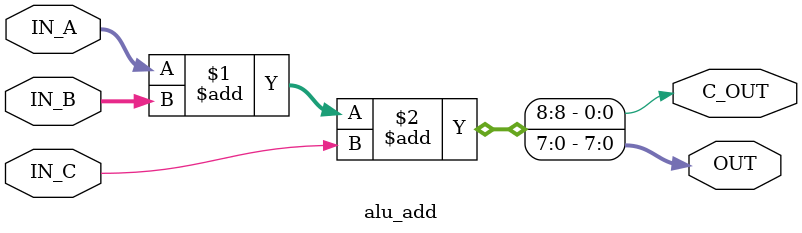
<source format=v>
`timescale 1ns/100ps

module alu_add #(
    parameter WIDTH = 8
) (
    IN_A,
    IN_B,
    IN_C,
    OUT,
    C_OUT
);

input [WIDTH-1:0] IN_A;
input [WIDTH-1:0] IN_B;
input IN_C;
output [WIDTH-1:0] OUT;
output C_OUT;

assign {C_OUT, OUT} = IN_A + IN_B + IN_C;

endmodule
</source>
